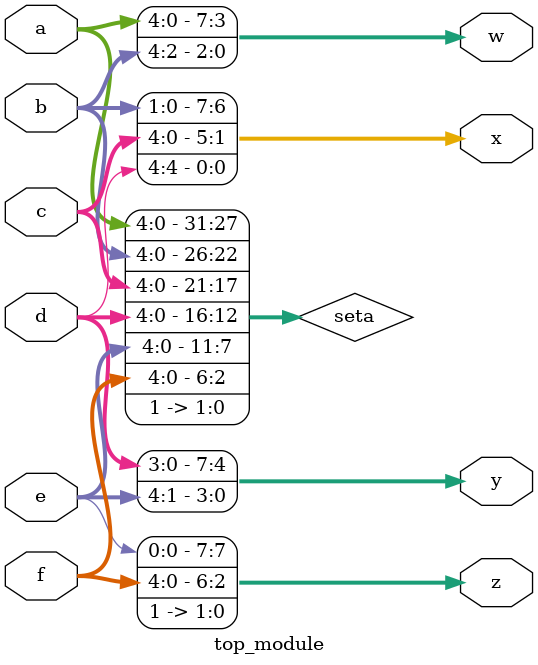
<source format=v>
/* Given several input vectors, concatenate them together then split them up into several output vectors. 
    There are six 5-bit input vectors: a, b, c, d, e, and f, for a total of 30 bits of input. 
    There are four 8-bit output vectors: w, x, y, and z, for 32 bits of output. 
    The output should be a concatenation of the input vectors followed by two 1 bits: */

module top_module (
    input [4:0] a, b, c, d, e, f,
    output [7:0] w, x, y, z 
    );
    wire [31:0] seta;
    
    assign seta[31:0] = { a[4:0],b[4:0],c[4:0],d[4:0],e[4:0],f[4:0],2'b11 };
    assign w = seta[31:24];
    assign x =seta[23:16];
    assign y =seta[15:8];
    assign z =seta[7:0];

endmodule

</source>
